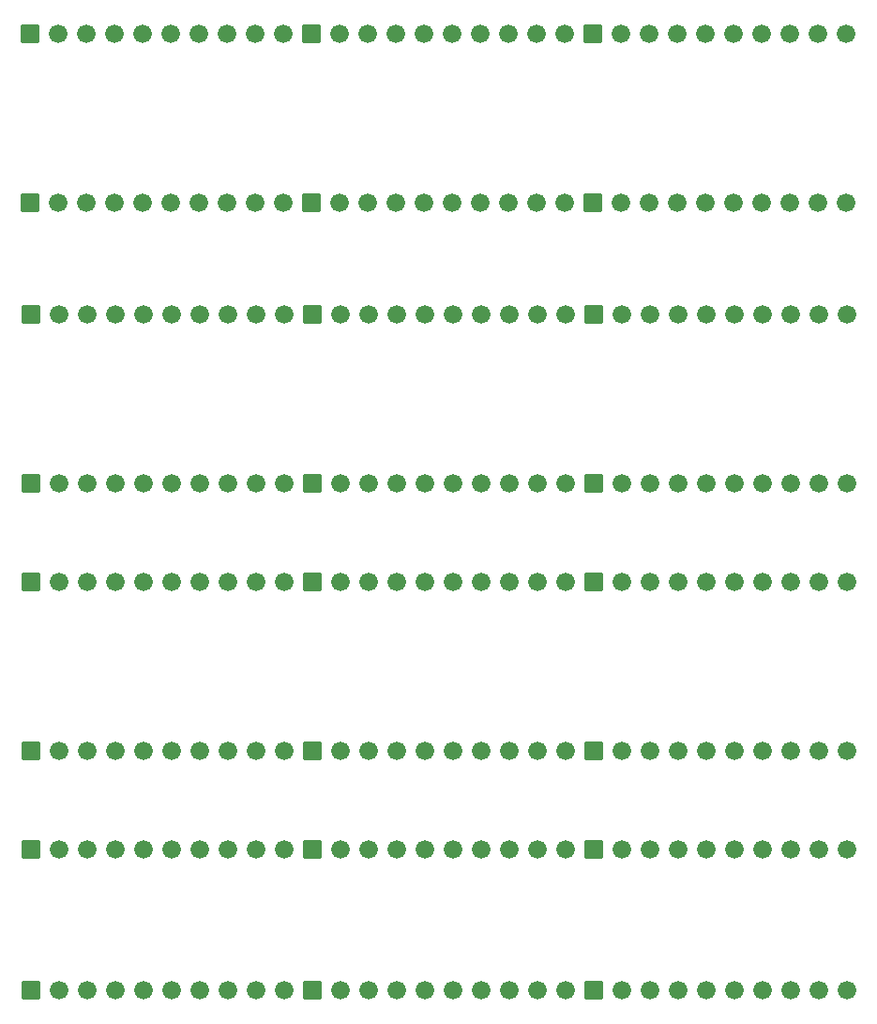
<source format=gbs>
G04 Layer: BottomSolderMaskLayer*
G04 EasyEDA v6.5.22, 2023-04-04 18:07:08*
G04 a67cddfb3fce44daa9051d46cbbcc19f,10*
G04 Gerber Generator version 0.2*
G04 Scale: 100 percent, Rotated: No, Reflected: No *
G04 Dimensions in inches *
G04 leading zeros omitted , absolute positions ,3 integer and 6 decimal *
%FSLAX36Y36*%
%MOIN*%

%AMMACRO1*1,1,$1,$2,$3*1,1,$1,$4,$5*1,1,$1,0-$2,0-$3*1,1,$1,0-$4,0-$5*20,1,$1,$2,$3,$4,$5,0*20,1,$1,$4,$5,0-$2,0-$3,0*20,1,$1,0-$2,0-$3,0-$4,0-$5,0*20,1,$1,0-$4,0-$5,$2,$3,0*4,1,4,$2,$3,$4,$5,0-$2,0-$3,0-$4,0-$5,$2,$3,0*%
%ADD10C,0.0660*%
%ADD11MACRO1,0.004X-0.031X0.031X0.031X0.031*%

%LPD*%
D10*
G01*
X2453140Y2603139D03*
G01*
X2353140Y2603139D03*
G01*
X2253140Y2603139D03*
G01*
X2153140Y2603139D03*
G01*
X2053140Y2603139D03*
G01*
X1953140Y2603139D03*
G01*
X1853140Y2603139D03*
G01*
X1753140Y2603139D03*
G01*
X1653140Y2603139D03*
D11*
G01*
X1553143Y2603143D03*
D10*
G01*
X2453140Y2003139D03*
G01*
X2353140Y2003139D03*
G01*
X2253140Y2003139D03*
G01*
X2153140Y2003139D03*
G01*
X2053140Y2003139D03*
G01*
X1953140Y2003139D03*
G01*
X1853140Y2003139D03*
G01*
X1753140Y2003139D03*
G01*
X1653140Y2003139D03*
D11*
G01*
X1553143Y2003143D03*
D10*
G01*
X1453149Y1653139D03*
G01*
X1353149Y1653139D03*
G01*
X1253149Y1653139D03*
G01*
X1153149Y1653139D03*
G01*
X1053149Y1653139D03*
G01*
X953149Y1653139D03*
G01*
X853149Y1653139D03*
G01*
X753150Y1653139D03*
G01*
X653150Y1653139D03*
D11*
G01*
X553145Y1653144D03*
D10*
G01*
X1453149Y1053150D03*
G01*
X1353149Y1053150D03*
G01*
X1253149Y1053150D03*
G01*
X1153149Y1053150D03*
G01*
X1053149Y1053150D03*
G01*
X953149Y1053150D03*
G01*
X853149Y1053150D03*
G01*
X753150Y1053150D03*
G01*
X653150Y1053150D03*
D11*
G01*
X553145Y1053145D03*
D10*
G01*
X2453140Y1653139D03*
G01*
X2353140Y1653139D03*
G01*
X2253140Y1653139D03*
G01*
X2153140Y1653139D03*
G01*
X2053140Y1653139D03*
G01*
X1953140Y1653139D03*
G01*
X1853140Y1653139D03*
G01*
X1753140Y1653139D03*
G01*
X1653140Y1653139D03*
D11*
G01*
X1553143Y1653144D03*
D10*
G01*
X2453140Y1053150D03*
G01*
X2353140Y1053150D03*
G01*
X2253140Y1053150D03*
G01*
X2153140Y1053150D03*
G01*
X2053140Y1053150D03*
G01*
X1953140Y1053150D03*
G01*
X1853140Y1053150D03*
G01*
X1753140Y1053150D03*
G01*
X1653140Y1053150D03*
D11*
G01*
X1553143Y1053145D03*
D10*
G01*
X3453140Y1653139D03*
G01*
X3353140Y1653139D03*
G01*
X3253140Y1653139D03*
G01*
X3153140Y1653139D03*
G01*
X3053140Y1653139D03*
G01*
X2953140Y1653139D03*
G01*
X2853140Y1653139D03*
G01*
X2753140Y1653139D03*
G01*
X2653140Y1653139D03*
D11*
G01*
X2553142Y1653144D03*
D10*
G01*
X3453140Y1053150D03*
G01*
X3353140Y1053150D03*
G01*
X3253140Y1053150D03*
G01*
X3153140Y1053150D03*
G01*
X3053140Y1053150D03*
G01*
X2953140Y1053150D03*
G01*
X2853140Y1053150D03*
G01*
X2753140Y1053150D03*
G01*
X2653140Y1053150D03*
D11*
G01*
X2553142Y1053145D03*
D10*
G01*
X1453149Y2603139D03*
G01*
X1353149Y2603139D03*
G01*
X1253149Y2603139D03*
G01*
X1153149Y2603139D03*
G01*
X1053149Y2603139D03*
G01*
X953149Y2603139D03*
G01*
X853149Y2603139D03*
G01*
X753150Y2603139D03*
G01*
X653150Y2603139D03*
D11*
G01*
X553145Y2603143D03*
D10*
G01*
X1453149Y2003139D03*
G01*
X1353149Y2003139D03*
G01*
X1253149Y2003139D03*
G01*
X1153149Y2003139D03*
G01*
X1053149Y2003139D03*
G01*
X953149Y2003139D03*
G01*
X853149Y2003139D03*
G01*
X753150Y2003139D03*
G01*
X653150Y2003139D03*
D11*
G01*
X553145Y2003143D03*
D10*
G01*
X3453140Y2603139D03*
G01*
X3353140Y2603139D03*
G01*
X3253140Y2603139D03*
G01*
X3153140Y2603139D03*
G01*
X3053140Y2603139D03*
G01*
X2953140Y2603139D03*
G01*
X2853140Y2603139D03*
G01*
X2753140Y2603139D03*
G01*
X2653140Y2603139D03*
D11*
G01*
X2553142Y2603143D03*
D10*
G01*
X3453140Y2003139D03*
G01*
X3353140Y2003139D03*
G01*
X3253140Y2003139D03*
G01*
X3153140Y2003139D03*
G01*
X3053140Y2003139D03*
G01*
X2953140Y2003139D03*
G01*
X2853140Y2003139D03*
G01*
X2753140Y2003139D03*
G01*
X2653140Y2003139D03*
D11*
G01*
X2553142Y2003143D03*
D10*
G01*
X1453149Y703150D03*
G01*
X1353149Y703150D03*
G01*
X1253149Y703150D03*
G01*
X1153149Y703150D03*
G01*
X1053149Y703150D03*
G01*
X953149Y703150D03*
G01*
X853149Y703150D03*
G01*
X753150Y703150D03*
G01*
X653150Y703150D03*
D11*
G01*
X553145Y703146D03*
D10*
G01*
X1453149Y203150D03*
G01*
X1353149Y203150D03*
G01*
X1253149Y203150D03*
G01*
X1153149Y203150D03*
G01*
X1053149Y203150D03*
G01*
X953149Y203150D03*
G01*
X853149Y203150D03*
G01*
X753150Y203150D03*
G01*
X653150Y203150D03*
D11*
G01*
X553145Y203148D03*
D10*
G01*
X2453140Y703150D03*
G01*
X2353140Y703150D03*
G01*
X2253140Y703150D03*
G01*
X2153140Y703150D03*
G01*
X2053140Y703150D03*
G01*
X1953140Y703150D03*
G01*
X1853140Y703150D03*
G01*
X1753140Y703150D03*
G01*
X1653140Y703150D03*
D11*
G01*
X1553143Y703146D03*
D10*
G01*
X2453140Y203150D03*
G01*
X2353140Y203150D03*
G01*
X2253140Y203150D03*
G01*
X2153140Y203150D03*
G01*
X2053140Y203150D03*
G01*
X1953140Y203150D03*
G01*
X1853140Y203150D03*
G01*
X1753140Y203150D03*
G01*
X1653140Y203150D03*
D11*
G01*
X1553143Y203148D03*
D10*
G01*
X3453140Y703150D03*
G01*
X3353140Y703150D03*
G01*
X3253140Y703150D03*
G01*
X3153140Y703150D03*
G01*
X3053140Y703150D03*
G01*
X2953140Y703150D03*
G01*
X2853140Y703150D03*
G01*
X2753140Y703150D03*
G01*
X2653140Y703150D03*
D11*
G01*
X2553142Y703146D03*
D10*
G01*
X3453140Y203150D03*
G01*
X3353140Y203150D03*
G01*
X3253140Y203150D03*
G01*
X3153140Y203150D03*
G01*
X3053140Y203150D03*
G01*
X2953140Y203150D03*
G01*
X2853140Y203150D03*
G01*
X2753140Y203150D03*
G01*
X2653140Y203150D03*
D11*
G01*
X2553142Y203148D03*
D10*
G01*
X1450000Y3599989D03*
G01*
X1350000Y3599989D03*
G01*
X1250000Y3599989D03*
G01*
X1150000Y3599989D03*
G01*
X1050000Y3599989D03*
G01*
X950000Y3599989D03*
G01*
X850000Y3599989D03*
G01*
X750000Y3599989D03*
G01*
X650000Y3599989D03*
D11*
G01*
X549998Y3599992D03*
D10*
G01*
X1450000Y2999989D03*
G01*
X1350000Y2999989D03*
G01*
X1250000Y2999989D03*
G01*
X1150000Y2999989D03*
G01*
X1050000Y2999989D03*
G01*
X950000Y2999989D03*
G01*
X850000Y2999989D03*
G01*
X750000Y2999989D03*
G01*
X650000Y2999989D03*
D11*
G01*
X549998Y2999993D03*
D10*
G01*
X2450000Y3599989D03*
G01*
X2350000Y3599989D03*
G01*
X2250000Y3599989D03*
G01*
X2150000Y3599989D03*
G01*
X2050000Y3599989D03*
G01*
X1950000Y3599989D03*
G01*
X1850000Y3599989D03*
G01*
X1750000Y3599989D03*
G01*
X1650000Y3599989D03*
D11*
G01*
X1549995Y3599992D03*
D10*
G01*
X2450000Y2999989D03*
G01*
X2350000Y2999989D03*
G01*
X2250000Y2999989D03*
G01*
X2150000Y2999989D03*
G01*
X2050000Y2999989D03*
G01*
X1950000Y2999989D03*
G01*
X1850000Y2999989D03*
G01*
X1750000Y2999989D03*
G01*
X1650000Y2999989D03*
D11*
G01*
X1549995Y2999993D03*
D10*
G01*
X3449989Y3599989D03*
G01*
X3349989Y3599989D03*
G01*
X3249989Y3599989D03*
G01*
X3149989Y3599989D03*
G01*
X3049989Y3599989D03*
G01*
X2949989Y3599989D03*
G01*
X2849989Y3599989D03*
G01*
X2749989Y3599989D03*
G01*
X2649989Y3599989D03*
D11*
G01*
X2549994Y3599992D03*
D10*
G01*
X3449989Y2999989D03*
G01*
X3349989Y2999989D03*
G01*
X3249989Y2999989D03*
G01*
X3149989Y2999989D03*
G01*
X3049989Y2999989D03*
G01*
X2949989Y2999989D03*
G01*
X2849989Y2999989D03*
G01*
X2749989Y2999989D03*
G01*
X2649989Y2999989D03*
D11*
G01*
X2549994Y2999993D03*
M02*

</source>
